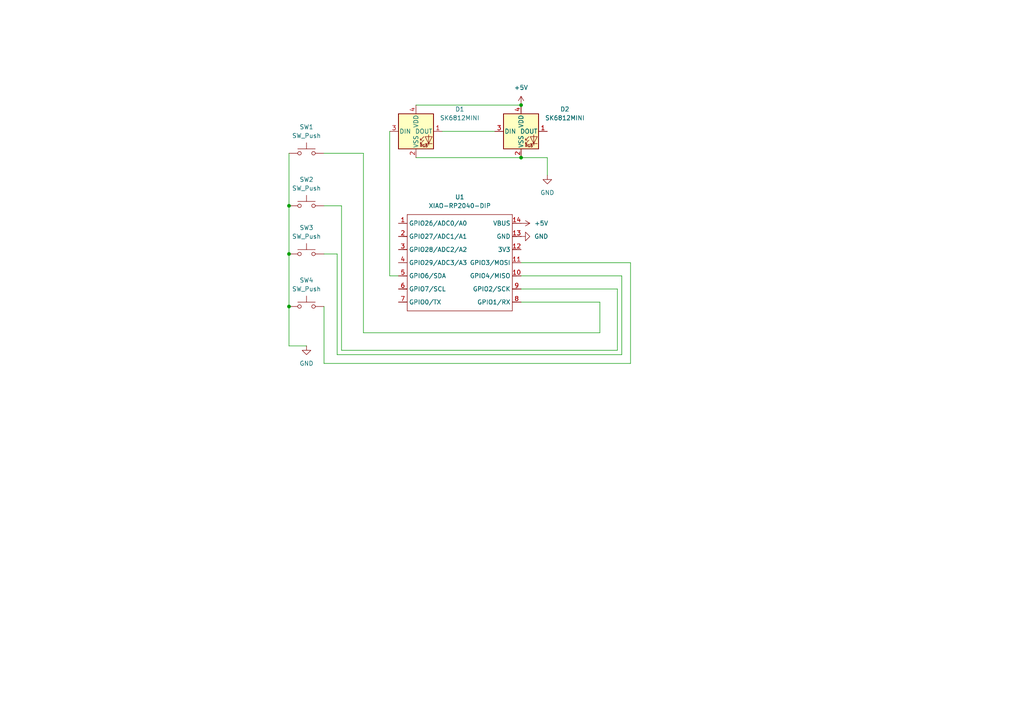
<source format=kicad_sch>
(kicad_sch (version 20250114) (generator "eeschema") (generator_version "9.0")
  (paper "A4")
  (lib_symbols
    (symbol "LED:SK6812MINI" (pin_names (offset 0.254))
      (property "Reference" "D" (at 5.08 5.715 0))
      (property "Value" "SK6812MINI" (at 1.27 -5.715 0))
      (symbol "SK6812MINI_0_0"
        (text "RGB" (at 2.286 -4.191 0) (effects (font (size 0.762 0.762))))
      )
      (symbol "SK6812MINI_0_1"
        (polyline (pts (xy 1.27 -2.54) (xy 1.778 -2.54)))
        (polyline (pts (xy 1.27 -3.556) (xy 1.778 -3.556)))
        (polyline (pts (xy 2.286 -1.524) (xy 1.27 -2.54) (xy 1.27 -2.032)))
        (polyline (pts (xy 2.286 -2.54) (xy 1.27 -3.556) (xy 1.27 -3.048)))
        (polyline (pts (xy 3.683 -1.016) (xy 3.683 -3.556) (xy 3.683 -4.064)))
        (polyline (pts (xy 4.699 -1.524) (xy 2.667 -1.524) (xy 3.683 -3.556) (xy 4.699 -1.524)))
        (polyline (pts (xy 4.699 -3.556) (xy 2.667 -3.556)))
        (rectangle (start 5.08 5.08) (end -5.08 -5.08) (stroke (width 0.254)) (fill (type background)))
      )
      (symbol "SK6812MINI_1_1"
        (pin input line (at -7.62 0 0) (length 2.54) (name "DIN") (number "3"))
        (pin power_in line (at 0 7.62 270) (length 2.54) (name "VDD") (number "4"))
        (pin power_in line (at 0 -7.62 90) (length 2.54) (name "VSS") (number "2"))
        (pin output line (at 7.62 0 180) (length 2.54) (name "DOUT") (number "1"))
      )
    )
    (symbol "OPL:XIAO-RP2040-DIP"
      (property "Reference" "U" (at 0 0 0))
      (property "Value" "XIAO-RP2040-DIP" (at 5.334 -1.778 0))
      (symbol "XIAO-RP2040-DIP_1_0"
        (polyline (pts (xy -1.27 -2.54) (xy 29.21 -2.54)) (stroke (width 0.1524)))
        (polyline (pts (xy -1.27 -5.08) (xy -2.54 -5.08)) (stroke (width 0.1524)))
        (polyline (pts (xy -1.27 -5.08) (xy -1.27 -2.54)) (stroke (width 0.1524)))
        (polyline (pts (xy -1.27 -8.89) (xy -2.54 -8.89)) (stroke (width 0.1524)))
        (polyline (pts (xy -1.27 -8.89) (xy -1.27 -5.08)) (stroke (width 0.1524)))
        (polyline (pts (xy -1.27 -12.7) (xy -2.54 -12.7)) (stroke (width 0.1524)))
        (polyline (pts (xy -1.27 -12.7) (xy -1.27 -8.89)) (stroke (width 0.1524)))
        (polyline (pts (xy -1.27 -16.51) (xy -2.54 -16.51)) (stroke (width 0.1524)))
        (polyline (pts (xy -1.27 -16.51) (xy -1.27 -12.7)) (stroke (width 0.1524)))
        (polyline (pts (xy -1.27 -20.32) (xy -2.54 -20.32)) (stroke (width 0.1524)))
        (polyline (pts (xy -1.27 -24.13) (xy -2.54 -24.13)) (stroke (width 0.1524)))
        (polyline (pts (xy -1.27 -27.94) (xy -2.54 -27.94)) (stroke (width 0.1524)))
        (polyline (pts (xy -1.27 -30.48) (xy -1.27 -16.51)) (stroke (width 0.1524)))
        (polyline (pts (xy 29.21 -2.54) (xy 29.21 -5.08)) (stroke (width 0.1524)))
        (polyline (pts (xy 29.21 -5.08) (xy 29.21 -8.89)) (stroke (width 0.1524)))
        (polyline (pts (xy 29.21 -8.89) (xy 29.21 -12.7)) (stroke (width 0.1524)))
        (polyline (pts (xy 29.21 -12.7) (xy 29.21 -30.48)) (stroke (width 0.1524)))
        (polyline (pts (xy 29.21 -30.48) (xy -1.27 -30.48)) (stroke (width 0.1524)))
        (polyline (pts (xy 30.48 -5.08) (xy 29.21 -5.08)) (stroke (width 0.1524)))
        (polyline (pts (xy 30.48 -8.89) (xy 29.21 -8.89)) (stroke (width 0.1524)))
        (polyline (pts (xy 30.48 -12.7) (xy 29.21 -12.7)) (stroke (width 0.1524)))
        (polyline (pts (xy 30.48 -16.51) (xy 29.21 -16.51)) (stroke (width 0.1524)))
        (polyline (pts (xy 30.48 -20.32) (xy 29.21 -20.32)) (stroke (width 0.1524)))
        (polyline (pts (xy 30.48 -24.13) (xy 29.21 -24.13)) (stroke (width 0.1524)))
        (polyline (pts (xy 30.48 -27.94) (xy 29.21 -27.94)) (stroke (width 0.1524)))
        (pin passive line (at -3.81 -5.08 0) (length 2.54) (name "GPIO26/ADC0/A0") (number "1"))
        (pin passive line (at -3.81 -8.89 0) (length 2.54) (name "GPIO27/ADC1/A1") (number "2"))
        (pin passive line (at -3.81 -12.7 0) (length 2.54) (name "GPIO28/ADC2/A2") (number "3"))
        (pin passive line (at -3.81 -16.51 0) (length 2.54) (name "GPIO29/ADC3/A3") (number "4"))
        (pin passive line (at -3.81 -20.32 0) (length 2.54) (name "GPIO6/SDA") (number "5"))
        (pin passive line (at -3.81 -24.13 0) (length 2.54) (name "GPIO7/SCL") (number "6"))
        (pin passive line (at -3.81 -27.94 0) (length 2.54) (name "GPIO0/TX") (number "7"))
        (pin passive line (at 31.75 -5.08 180) (length 2.54) (name "VBUS") (number "14"))
        (pin passive line (at 31.75 -8.89 180) (length 2.54) (name "GND") (number "13"))
        (pin passive line (at 31.75 -12.7 180) (length 2.54) (name "3V3") (number "12"))
        (pin passive line (at 31.75 -16.51 180) (length 2.54) (name "GPIO3/MOSI") (number "11"))
        (pin passive line (at 31.75 -20.32 180) (length 2.54) (name "GPIO4/MISO") (number "10"))
        (pin passive line (at 31.75 -24.13 180) (length 2.54) (name "GPIO2/SCK") (number "9"))
        (pin passive line (at 31.75 -27.94 180) (length 2.54) (name "GPIO1/RX") (number "8"))
      )
    )
    (symbol "Switch:SW_Push" (pin_numbers (hide yes)) (pin_names (offset 1.016) (hide yes))
      (property "Reference" "SW" (at 1.27 2.54 0))
      (property "Value" "SW_Push" (at 0 -1.524 0))
      (symbol "SW_Push_0_1"
        (circle (center -2.032 0) (radius 0.508))
        (polyline (pts (xy 0 1.27) (xy 0 3.048)))
        (circle (center 2.032 0) (radius 0.508))
        (polyline (pts (xy 2.54 1.27) (xy -2.54 1.27)))
        (pin passive line (at -5.08 0 0) (length 2.54) (name "1") (number "1"))
        (pin passive line (at 5.08 0 180) (length 2.54) (name "2") (number "2"))
      )
    )
    (symbol "power:+5V" (power) (pin_numbers (hide yes)) (pin_names (offset 0) (hide yes))
      (property "Value" "+5V" (at 0 3.556 0))
      (symbol "+5V_0_1"
        (polyline (pts (xy -0.762 1.27) (xy 0 2.54)))
        (polyline (pts (xy 0 2.54) (xy 0.762 1.27)))
        (polyline (pts (xy 0 0) (xy 0 2.54)))
      )
      (symbol "+5V_1_1"
        (pin power_in line (at 0 0 90) (length 0) (name "~") (number "1"))
      )
    )
    (symbol "power:GND" (power) (pin_numbers (hide yes)) (pin_names (offset 0) (hide yes))
      (property "Value" "GND" (at 0 -3.81 0))
      (symbol "GND_0_1"
        (polyline (pts (xy 0 0) (xy 0 -1.27) (xy 1.27 -1.27) (xy 0 -2.54) (xy -1.27 -1.27) (xy 0 -1.27)))
      )
      (symbol "GND_1_1"
        (pin power_in line (at 0 0 270) (length 0) (name "~") (number "1"))
      )
    )
  )
  (junction (at 83.82 88.9))
  (junction (at 83.82 59.69))
  (junction (at 151.13 45.72))
  (junction (at 83.82 73.66))
  (junction (at 151.13 30.48))
  (wire (pts (xy 99.06 59.69) (xy 93.98 59.69)))
  (wire (pts (xy 180.34 80.01) (xy 151.13 80.01)))
  (wire (pts (xy 120.65 45.72) (xy 151.13 45.72)))
  (wire (pts (xy 97.79 102.87) (xy 180.34 102.87)))
  (wire (pts (xy 128.27 38.1) (xy 143.51 38.1)))
  (wire (pts (xy 93.98 105.41) (xy 93.98 88.9)))
  (wire (pts (xy 83.82 44.45) (xy 83.82 59.69)))
  (wire (pts (xy 88.9 100.33) (xy 83.82 100.33)))
  (wire (pts (xy 179.07 83.82) (xy 179.07 101.6)))
  (wire (pts (xy 113.03 38.1) (xy 113.03 80.01)))
  (wire (pts (xy 182.88 76.2) (xy 182.88 105.41)))
  (wire (pts (xy 179.07 101.6) (xy 99.06 101.6)))
  (wire (pts (xy 105.41 96.52) (xy 173.99 96.52)))
  (wire (pts (xy 97.79 73.66) (xy 97.79 102.87)))
  (wire (pts (xy 83.82 100.33) (xy 83.82 88.9)))
  (wire (pts (xy 120.65 30.48) (xy 151.13 30.48)))
  (wire (pts (xy 158.75 50.8) (xy 158.75 45.72)))
  (wire (pts (xy 151.13 83.82) (xy 179.07 83.82)))
  (wire (pts (xy 83.82 59.69) (xy 83.82 73.66)))
  (wire (pts (xy 173.99 96.52) (xy 173.99 87.63)))
  (wire (pts (xy 113.03 80.01) (xy 115.57 80.01)))
  (wire (pts (xy 93.98 73.66) (xy 97.79 73.66)))
  (wire (pts (xy 151.13 76.2) (xy 182.88 76.2)))
  (wire (pts (xy 93.98 44.45) (xy 105.41 44.45)))
  (wire (pts (xy 105.41 44.45) (xy 105.41 96.52)))
  (wire (pts (xy 158.75 45.72) (xy 151.13 45.72)))
  (wire (pts (xy 99.06 101.6) (xy 99.06 59.69)))
  (wire (pts (xy 83.82 73.66) (xy 83.82 88.9)))
  (wire (pts (xy 173.99 87.63) (xy 151.13 87.63)))
  (wire (pts (xy 182.88 105.41) (xy 93.98 105.41)))
  (wire (pts (xy 180.34 102.87) (xy 180.34 80.01)))
  (symbol (lib_id "LED:SK6812MINI") (at 120.65 38.1 0) (unit 1)
    (property "Reference" "D1" (at 133.35 31.6798 0))
    (property "Value" "SK6812MINI" (at 133.35 34.2198 0))
    (property "Footprint" "LED_SMD:LED_SK6812MINI_PLCC4_3.5x3.5mm_P1.75mm" (effects (hide yes)))
    (property "Datasheet" "https://cdn-shop.adafruit.com/product-files/2686/SK6812MINI_REV.01-1-2.pdf" (effects (hide yes)))
    (property "Description" "RGB LED with integrated controller" (effects (hide yes)))
  )
  (symbol (lib_id "power:GND") (at 151.13 68.58 90) (unit 1)
    (property "Reference" "#PWR05" (effects (hide yes)))
    (property "Value" "GND" (at 154.94 68.5799 90) (effects (justify right)))
    (property "Description" "Power symbol creates a global label with name \"GND\" , ground" (effects (hide yes)))
  )
  (symbol (lib_id "Switch:SW_Push") (at 88.9 44.45 0) (unit 1)
    (property "Reference" "SW1" (at 88.9 36.83 0))
    (property "Value" "SW_Push" (at 88.9 39.37 0))
    (property "Footprint" "Button_Switch_Keyboard:SW_Cherry_MX_1.00u_PCB" (effects (hide yes)))
    (property "Description" "Push button switch, generic, two pins" (effects (hide yes)))
  )
  (symbol (lib_id "Switch:SW_Push") (at 88.9 73.66 0) (unit 1)
    (property "Reference" "SW3" (at 88.9 66.04 0))
    (property "Value" "SW_Push" (at 88.9 68.58 0))
    (property "Footprint" "Button_Switch_Keyboard:SW_Cherry_MX_1.00u_PCB" (effects (hide yes)))
    (property "Description" "Push button switch, generic, two pins" (effects (hide yes)))
  )
  (symbol (lib_id "power:GND") (at 158.75 50.8 0) (unit 1)
    (property "Reference" "#PWR02" (effects (hide yes)))
    (property "Value" "GND" (at 158.75 55.88 0))
    (property "Description" "Power symbol creates a global label with name \"GND\" , ground" (effects (hide yes)))
  )
  (symbol (lib_id "OPL:XIAO-RP2040-DIP") (at 119.38 59.69 0) (unit 1)
    (property "Reference" "U1" (at 133.35 57.15 0))
    (property "Value" "XIAO-RP2040-DIP" (at 133.35 59.69 0))
    (property "Footprint" "OPL:XIAO-RP2040-DIP" (effects (hide yes)))
  )
  (symbol (lib_id "power:GND") (at 88.9 100.33 0) (unit 1)
    (property "Reference" "#PWR01" (effects (hide yes)))
    (property "Value" "GND" (at 88.9 105.41 0))
    (property "Description" "Power symbol creates a global label with name \"GND\" , ground" (effects (hide yes)))
  )
  (symbol (lib_id "LED:SK6812MINI") (at 151.13 38.1 0) (unit 1)
    (property "Reference" "D2" (at 163.83 31.6798 0))
    (property "Value" "SK6812MINI" (at 163.83 34.2198 0))
    (property "Footprint" "LED_SMD:LED_SK6812MINI_PLCC4_3.5x3.5mm_P1.75mm" (effects (hide yes)))
    (property "Datasheet" "https://cdn-shop.adafruit.com/product-files/2686/SK6812MINI_REV.01-1-2.pdf" (effects (hide yes)))
    (property "Description" "RGB LED with integrated controller" (effects (hide yes)))
  )
  (symbol (lib_id "Switch:SW_Push") (at 88.9 59.69 0) (unit 1)
    (property "Reference" "SW2" (at 88.9 52.07 0))
    (property "Value" "SW_Push" (at 88.9 54.61 0))
    (property "Footprint" "Button_Switch_Keyboard:SW_Cherry_MX_1.00u_PCB" (effects (hide yes)))
    (property "Description" "Push button switch, generic, two pins" (effects (hide yes)))
  )
  (symbol (lib_id "power:+5V") (at 151.13 64.77 270) (unit 1)
    (property "Reference" "#PWR04" (effects (hide yes)))
    (property "Value" "+5V" (at 154.94 64.7699 90) (effects (justify left)))
    (property "Description" "Power symbol creates a global label with name \"+5V\"" (effects (hide yes)))
  )
  (symbol (lib_id "Switch:SW_Push") (at 88.9 88.9 0) (unit 1)
    (property "Reference" "SW4" (at 88.9 81.28 0))
    (property "Value" "SW_Push" (at 88.9 83.82 0))
    (property "Footprint" "Button_Switch_Keyboard:SW_Cherry_MX_1.00u_PCB" (effects (hide yes)))
    (property "Description" "Push button switch, generic, two pins" (effects (hide yes)))
  )
  (symbol (lib_id "power:+5V") (at 151.13 30.48 0) (unit 1)
    (property "Reference" "#PWR03" (effects (hide yes)))
    (property "Value" "+5V" (at 151.13 25.4 0))
    (property "Description" "Power symbol creates a global label with name \"+5V\"" (effects (hide yes)))
  )
)
</source>
